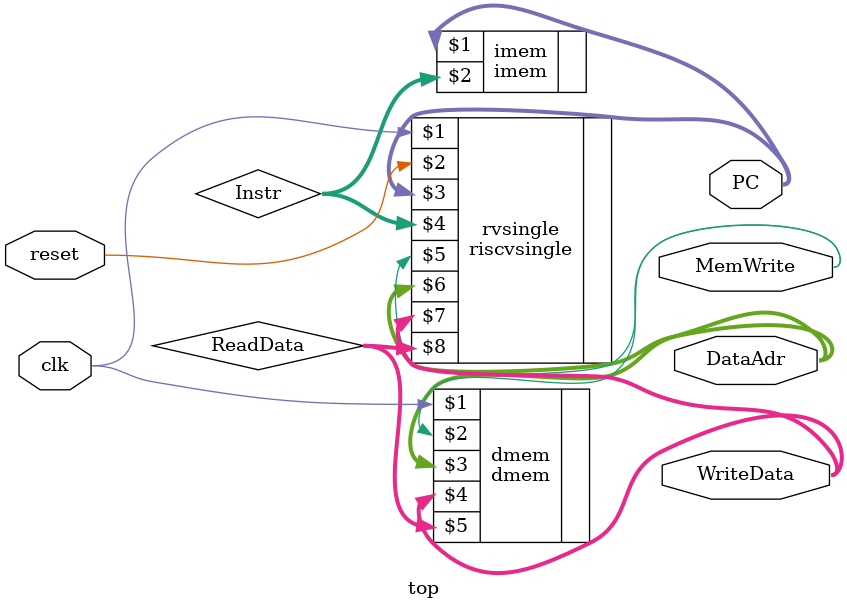
<source format=v>
module top (
	input  clk, reset,
	output  [31:0] WriteData, DataAdr,
	output  MemWrite,
	output [31:0] PC
);
	wire [31:0] Instr, ReadData;
// instantiate processor and memories
	riscvsingle rvsingle(clk, reset, PC, Instr, MemWrite,
		DataAdr, WriteData, ReadData);
	imem imem(PC, Instr);
	dmem dmem(clk, MemWrite, DataAdr, WriteData, ReadData);
endmodule

</source>
